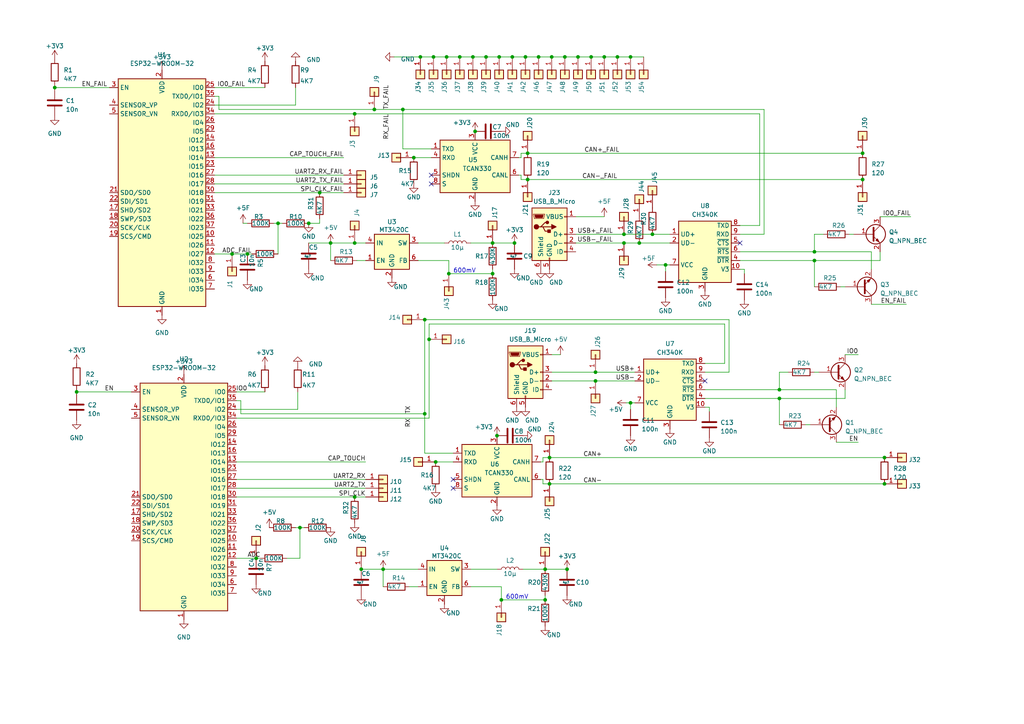
<source format=kicad_sch>
(kicad_sch (version 20210406) (generator eeschema)
  (paper "A4")
  (junction (at 15.875 25.4) (diameter 0.9144))
  (junction (at 22.225 113.665) (diameter 0.9144))
  (junction (at 67.31 73.66) (diameter 0.9144))
  (junction (at 71.755 73.66) (diameter 0.9144))
  (junction (at 74.295 161.925) (diameter 0.9144))
  (junction (at 80.645 64.77) (diameter 0.9144))
  (junction (at 86.995 153.035) (diameter 0.9144))
  (junction (at 89.535 64.77) (diameter 0.9144))
  (junction (at 92.71 55.88) (diameter 0.9144))
  (junction (at 95.885 70.485) (diameter 0.9144))
  (junction (at 102.87 33.02) (diameter 0.9144))
  (junction (at 102.87 70.485) (diameter 0.9144))
  (junction (at 102.87 144.145) (diameter 0.9144))
  (junction (at 104.775 165.1) (diameter 0.9144))
  (junction (at 108.585 31.75) (diameter 0.9144))
  (junction (at 111.125 165.1) (diameter 0.9144))
  (junction (at 116.84 31.75) (diameter 0.9144))
  (junction (at 120.015 45.72) (diameter 0.9144))
  (junction (at 121.92 16.51) (diameter 0.9144))
  (junction (at 123.19 92.71) (diameter 0.9144))
  (junction (at 123.19 120.015) (diameter 0.9144))
  (junction (at 124.46 98.425) (diameter 0.9144))
  (junction (at 125.73 16.51) (diameter 0.9144))
  (junction (at 126.365 133.985) (diameter 0.9144))
  (junction (at 129.54 16.51) (diameter 0.9144))
  (junction (at 130.175 79.375) (diameter 0.9144))
  (junction (at 133.35 16.51) (diameter 0.9144))
  (junction (at 137.16 16.51) (diameter 0.9144))
  (junction (at 137.795 38.1) (diameter 0.9144))
  (junction (at 140.97 16.51) (diameter 0.9144))
  (junction (at 142.875 70.485) (diameter 0.9144))
  (junction (at 142.875 79.375) (diameter 0.9144))
  (junction (at 144.145 126.365) (diameter 0.9144))
  (junction (at 144.78 16.51) (diameter 0.9144))
  (junction (at 145.415 173.99) (diameter 0.9144))
  (junction (at 148.59 16.51) (diameter 0.9144))
  (junction (at 149.225 70.485) (diameter 0.9144))
  (junction (at 152.4 16.51) (diameter 0.9144))
  (junction (at 153.035 44.45) (diameter 0.9144))
  (junction (at 153.035 52.07) (diameter 0.9144))
  (junction (at 156.21 16.51) (diameter 0.9144))
  (junction (at 158.115 165.1) (diameter 0.9144))
  (junction (at 158.115 173.99) (diameter 0.9144))
  (junction (at 159.385 132.715) (diameter 0.9144))
  (junction (at 159.385 140.335) (diameter 0.9144))
  (junction (at 160.02 16.51) (diameter 0.9144))
  (junction (at 163.83 16.51) (diameter 0.9144))
  (junction (at 164.465 165.1) (diameter 0.9144))
  (junction (at 167.64 16.51) (diameter 0.9144))
  (junction (at 171.45 16.51) (diameter 0.9144))
  (junction (at 172.72 107.95) (diameter 0.9144))
  (junction (at 172.72 110.49) (diameter 0.9144))
  (junction (at 175.26 16.51) (diameter 0.9144))
  (junction (at 179.07 16.51) (diameter 0.9144))
  (junction (at 180.975 67.945) (diameter 0.9144))
  (junction (at 180.975 70.485) (diameter 0.9144))
  (junction (at 182.88 16.51) (diameter 0.9144))
  (junction (at 182.88 116.84) (diameter 0.9144))
  (junction (at 185.42 70.485) (diameter 0.9144))
  (junction (at 189.23 67.945) (diameter 0.9144))
  (junction (at 193.04 76.835) (diameter 0.9144))
  (junction (at 226.06 113.03) (diameter 0.9144))
  (junction (at 226.06 115.57) (diameter 0.9144))
  (junction (at 236.22 73.025) (diameter 0.9144))
  (junction (at 236.22 75.565) (diameter 0.9144))
  (junction (at 250.19 44.45) (diameter 0.9144))
  (junction (at 250.19 52.07) (diameter 0.9144))
  (junction (at 256.54 132.715) (diameter 0.9144))
  (junction (at 256.54 140.335) (diameter 0.9144))
  (no_connect (at 125.095 50.8))
  (no_connect (at 125.095 53.34))
  (no_connect (at 131.445 139.065))
  (no_connect (at 131.445 141.605))
  (no_connect (at 204.47 110.49))
  (no_connect (at 214.63 70.485))
  (wire (pts (xy 15.875 24.765) (xy 15.875 25.4)))
  (wire (pts (xy 15.875 25.4) (xy 15.875 26.035)))
  (wire (pts (xy 15.875 25.4) (xy 31.75 25.4)))
  (wire (pts (xy 22.225 113.03) (xy 22.225 113.665)))
  (wire (pts (xy 22.225 113.665) (xy 22.225 114.3)))
  (wire (pts (xy 22.225 113.665) (xy 38.1 113.665)))
  (wire (pts (xy 62.23 25.4) (xy 76.835 25.4)))
  (wire (pts (xy 62.23 27.94) (xy 63.5 27.94)))
  (wire (pts (xy 62.23 30.48) (xy 85.725 30.48)))
  (wire (pts (xy 62.23 33.02) (xy 102.87 33.02)))
  (wire (pts (xy 62.23 45.72) (xy 99.695 45.72)))
  (wire (pts (xy 62.23 50.8) (xy 99.695 50.8)))
  (wire (pts (xy 62.23 53.34) (xy 99.695 53.34)))
  (wire (pts (xy 62.23 55.88) (xy 92.71 55.88)))
  (wire (pts (xy 62.23 73.66) (xy 67.31 73.66)))
  (wire (pts (xy 63.5 27.94) (xy 63.5 31.75)))
  (wire (pts (xy 63.5 31.75) (xy 108.585 31.75)))
  (wire (pts (xy 67.31 73.66) (xy 71.755 73.66)))
  (wire (pts (xy 68.58 113.665) (xy 76.835 113.665)))
  (wire (pts (xy 68.58 116.205) (xy 69.85 116.205)))
  (wire (pts (xy 68.58 118.745) (xy 86.36 118.745)))
  (wire (pts (xy 68.58 121.285) (xy 124.46 121.285)))
  (wire (pts (xy 68.58 133.985) (xy 106.045 133.985)))
  (wire (pts (xy 68.58 139.065) (xy 106.045 139.065)))
  (wire (pts (xy 68.58 141.605) (xy 106.045 141.605)))
  (wire (pts (xy 68.58 144.145) (xy 102.87 144.145)))
  (wire (pts (xy 68.58 161.925) (xy 74.295 161.925)))
  (wire (pts (xy 69.85 116.205) (xy 69.85 120.015)))
  (wire (pts (xy 69.85 120.015) (xy 123.19 120.015)))
  (wire (pts (xy 70.485 64.77) (xy 71.755 64.77)))
  (wire (pts (xy 71.755 73.66) (xy 73.025 73.66)))
  (wire (pts (xy 74.295 161.925) (xy 75.565 161.925)))
  (wire (pts (xy 79.375 64.77) (xy 80.645 64.77)))
  (wire (pts (xy 80.645 64.77) (xy 80.645 73.66)))
  (wire (pts (xy 80.645 64.77) (xy 81.915 64.77)))
  (wire (pts (xy 83.185 161.925) (xy 86.995 161.925)))
  (wire (pts (xy 85.725 30.48) (xy 85.725 25.4)))
  (wire (pts (xy 85.725 153.035) (xy 86.995 153.035)))
  (wire (pts (xy 86.36 118.745) (xy 86.36 113.665)))
  (wire (pts (xy 86.995 153.035) (xy 86.995 161.925)))
  (wire (pts (xy 86.995 153.035) (xy 88.265 153.035)))
  (wire (pts (xy 89.535 64.77) (xy 92.71 64.77)))
  (wire (pts (xy 89.535 70.485) (xy 95.885 70.485)))
  (wire (pts (xy 92.71 55.88) (xy 99.695 55.88)))
  (wire (pts (xy 92.71 64.77) (xy 92.71 63.5)))
  (wire (pts (xy 95.885 70.485) (xy 102.87 70.485)))
  (wire (pts (xy 95.885 75.565) (xy 95.885 70.485)))
  (wire (pts (xy 102.87 33.02) (xy 220.345 33.02)))
  (wire (pts (xy 102.87 70.485) (xy 106.045 70.485)))
  (wire (pts (xy 102.87 144.145) (xy 106.045 144.145)))
  (wire (pts (xy 103.505 75.565) (xy 106.045 75.565)))
  (wire (pts (xy 104.775 165.1) (xy 111.125 165.1)))
  (wire (pts (xy 108.585 31.75) (xy 116.84 31.75)))
  (wire (pts (xy 111.125 165.1) (xy 121.285 165.1)))
  (wire (pts (xy 111.125 170.18) (xy 111.125 165.1)))
  (wire (pts (xy 114.3 16.51) (xy 121.92 16.51)))
  (wire (pts (xy 116.84 31.75) (xy 221.615 31.75)))
  (wire (pts (xy 116.84 43.18) (xy 116.84 31.75)))
  (wire (pts (xy 118.745 170.18) (xy 121.285 170.18)))
  (wire (pts (xy 120.015 45.72) (xy 125.095 45.72)))
  (wire (pts (xy 121.285 70.485) (xy 128.905 70.485)))
  (wire (pts (xy 121.285 75.565) (xy 130.175 75.565)))
  (wire (pts (xy 121.92 16.51) (xy 125.73 16.51)))
  (wire (pts (xy 123.19 92.71) (xy 211.455 92.71)))
  (wire (pts (xy 123.19 120.015) (xy 123.19 92.71)))
  (wire (pts (xy 123.19 131.445) (xy 123.19 120.015)))
  (wire (pts (xy 124.46 93.98) (xy 124.46 98.425)))
  (wire (pts (xy 124.46 98.425) (xy 124.46 121.285)))
  (wire (pts (xy 125.095 43.18) (xy 116.84 43.18)))
  (wire (pts (xy 125.73 16.51) (xy 129.54 16.51)))
  (wire (pts (xy 126.365 133.985) (xy 131.445 133.985)))
  (wire (pts (xy 129.54 16.51) (xy 133.35 16.51)))
  (wire (pts (xy 130.175 75.565) (xy 130.175 79.375)))
  (wire (pts (xy 130.175 79.375) (xy 142.875 79.375)))
  (wire (pts (xy 131.445 131.445) (xy 123.19 131.445)))
  (wire (pts (xy 133.35 16.51) (xy 137.16 16.51)))
  (wire (pts (xy 136.525 70.485) (xy 142.875 70.485)))
  (wire (pts (xy 136.525 165.1) (xy 144.145 165.1)))
  (wire (pts (xy 136.525 170.18) (xy 145.415 170.18)))
  (wire (pts (xy 137.16 16.51) (xy 140.97 16.51)))
  (wire (pts (xy 140.97 16.51) (xy 144.78 16.51)))
  (wire (pts (xy 142.875 70.485) (xy 149.225 70.485)))
  (wire (pts (xy 142.875 78.105) (xy 142.875 79.375)))
  (wire (pts (xy 144.78 16.51) (xy 148.59 16.51)))
  (wire (pts (xy 145.415 170.18) (xy 145.415 173.99)))
  (wire (pts (xy 145.415 173.99) (xy 158.115 173.99)))
  (wire (pts (xy 148.59 16.51) (xy 152.4 16.51)))
  (wire (pts (xy 150.495 45.72) (xy 151.13 45.72)))
  (wire (pts (xy 150.495 50.8) (xy 151.13 50.8)))
  (wire (pts (xy 151.13 44.45) (xy 153.035 44.45)))
  (wire (pts (xy 151.13 45.72) (xy 151.13 44.45)))
  (wire (pts (xy 151.13 50.8) (xy 151.13 52.07)))
  (wire (pts (xy 151.13 52.07) (xy 153.035 52.07)))
  (wire (pts (xy 151.765 165.1) (xy 158.115 165.1)))
  (wire (pts (xy 152.4 16.51) (xy 156.21 16.51)))
  (wire (pts (xy 153.035 44.45) (xy 250.19 44.45)))
  (wire (pts (xy 153.035 52.07) (xy 250.19 52.07)))
  (wire (pts (xy 156.21 16.51) (xy 160.02 16.51)))
  (wire (pts (xy 156.845 133.985) (xy 157.48 133.985)))
  (wire (pts (xy 156.845 139.065) (xy 157.48 139.065)))
  (wire (pts (xy 157.48 132.715) (xy 159.385 132.715)))
  (wire (pts (xy 157.48 133.985) (xy 157.48 132.715)))
  (wire (pts (xy 157.48 139.065) (xy 157.48 140.335)))
  (wire (pts (xy 157.48 140.335) (xy 159.385 140.335)))
  (wire (pts (xy 158.115 165.1) (xy 164.465 165.1)))
  (wire (pts (xy 158.115 172.72) (xy 158.115 173.99)))
  (wire (pts (xy 159.385 132.715) (xy 256.54 132.715)))
  (wire (pts (xy 159.385 140.335) (xy 256.54 140.335)))
  (wire (pts (xy 160.02 16.51) (xy 163.83 16.51)))
  (wire (pts (xy 160.02 102.87) (xy 162.56 102.87)))
  (wire (pts (xy 160.02 107.95) (xy 172.72 107.95)))
  (wire (pts (xy 160.02 110.49) (xy 172.72 110.49)))
  (wire (pts (xy 163.83 16.51) (xy 167.64 16.51)))
  (wire (pts (xy 167.005 62.865) (xy 175.26 62.865)))
  (wire (pts (xy 167.005 67.945) (xy 180.975 67.945)))
  (wire (pts (xy 167.005 70.485) (xy 180.975 70.485)))
  (wire (pts (xy 167.64 16.51) (xy 171.45 16.51)))
  (wire (pts (xy 171.45 16.51) (xy 175.26 16.51)))
  (wire (pts (xy 172.72 107.95) (xy 184.15 107.95)))
  (wire (pts (xy 172.72 110.49) (xy 184.15 110.49)))
  (wire (pts (xy 175.26 16.51) (xy 179.07 16.51)))
  (wire (pts (xy 179.07 16.51) (xy 182.88 16.51)))
  (wire (pts (xy 180.975 67.945) (xy 189.23 67.945)))
  (wire (pts (xy 180.975 70.485) (xy 185.42 70.485)))
  (wire (pts (xy 181.61 116.84) (xy 182.88 116.84)))
  (wire (pts (xy 182.88 16.51) (xy 186.69 16.51)))
  (wire (pts (xy 182.88 116.84) (xy 182.88 118.745)))
  (wire (pts (xy 182.88 116.84) (xy 184.15 116.84)))
  (wire (pts (xy 185.42 70.485) (xy 194.31 70.485)))
  (wire (pts (xy 189.23 67.945) (xy 194.31 67.945)))
  (wire (pts (xy 190.5 76.835) (xy 193.04 76.835)))
  (wire (pts (xy 193.04 76.835) (xy 193.04 78.74)))
  (wire (pts (xy 193.04 76.835) (xy 194.31 76.835)))
  (wire (pts (xy 204.47 105.41) (xy 210.185 105.41)))
  (wire (pts (xy 204.47 107.95) (xy 211.455 107.95)))
  (wire (pts (xy 204.47 113.03) (xy 226.06 113.03)))
  (wire (pts (xy 204.47 115.57) (xy 226.06 115.57)))
  (wire (pts (xy 204.47 118.11) (xy 205.74 118.11)))
  (wire (pts (xy 205.74 118.11) (xy 205.74 119.38)))
  (wire (pts (xy 210.185 93.98) (xy 124.46 93.98)))
  (wire (pts (xy 210.185 105.41) (xy 210.185 93.98)))
  (wire (pts (xy 211.455 92.71) (xy 211.455 107.95)))
  (wire (pts (xy 214.63 65.405) (xy 220.345 65.405)))
  (wire (pts (xy 214.63 67.945) (xy 221.615 67.945)))
  (wire (pts (xy 214.63 73.025) (xy 236.22 73.025)))
  (wire (pts (xy 214.63 75.565) (xy 236.22 75.565)))
  (wire (pts (xy 214.63 78.105) (xy 215.9 78.105)))
  (wire (pts (xy 215.9 78.105) (xy 215.9 79.375)))
  (wire (pts (xy 220.345 33.02) (xy 220.345 65.405)))
  (wire (pts (xy 221.615 67.945) (xy 221.615 31.75)))
  (wire (pts (xy 226.06 107.95) (xy 228.6 107.95)))
  (wire (pts (xy 226.06 113.03) (xy 226.06 107.95)))
  (wire (pts (xy 226.06 113.03) (xy 242.57 113.03)))
  (wire (pts (xy 226.06 115.57) (xy 226.06 123.19)))
  (wire (pts (xy 226.06 115.57) (xy 245.11 115.57)))
  (wire (pts (xy 233.68 123.19) (xy 234.95 123.19)))
  (wire (pts (xy 236.22 67.945) (xy 238.76 67.945)))
  (wire (pts (xy 236.22 73.025) (xy 236.22 67.945)))
  (wire (pts (xy 236.22 73.025) (xy 252.73 73.025)))
  (wire (pts (xy 236.22 75.565) (xy 236.22 83.185)))
  (wire (pts (xy 236.22 75.565) (xy 255.27 75.565)))
  (wire (pts (xy 236.22 107.95) (xy 237.49 107.95)))
  (wire (pts (xy 242.57 113.03) (xy 242.57 118.11)))
  (wire (pts (xy 242.57 128.27) (xy 248.92 128.27)))
  (wire (pts (xy 243.84 83.185) (xy 245.11 83.185)))
  (wire (pts (xy 245.11 102.87) (xy 248.92 102.87)))
  (wire (pts (xy 245.11 113.03) (xy 245.11 115.57)))
  (wire (pts (xy 246.38 67.945) (xy 247.65 67.945)))
  (wire (pts (xy 252.73 73.025) (xy 252.73 78.105)))
  (wire (pts (xy 252.73 88.265) (xy 262.89 88.265)))
  (wire (pts (xy 255.27 62.865) (xy 264.16 62.865)))
  (wire (pts (xy 255.27 73.025) (xy 255.27 75.565)))
  (text "600mV" (at 131.445 79.375 0) (effects (font (size 1.27 1.27)) (justify left bottom)))
  (text "600mV" (at 146.685 173.99 0) (effects (font (size 1.27 1.27)) (justify left bottom)))
  (label "EN_FAIL" (at 31.115 25.4 180))
  (label "EN" (at 33.02 113.665 180))
  (label "IO0_FAIL" (at 71.12 25.4 180))
  (label "IO0" (at 71.755 113.665 180))
  (label "ADC_FAIL" (at 73.025 73.66 180))
  (label "ADC" (at 75.565 161.925 180))
  (label "CAP_TOUCH_FAIL" (at 99.695 45.72 180))
  (label "UART2_RX_FAIL" (at 99.695 50.8 180))
  (label "UART2_TX_FAIL" (at 99.695 53.34 180))
  (label "SPI_CLK_FAIL" (at 99.695 55.88 180))
  (label "CAP_TOUCH" (at 106.045 133.985 180))
  (label "UART2_RX" (at 106.045 139.065 180))
  (label "UART2_TX" (at 106.045 141.605 180))
  (label "SPI_CLK" (at 106.045 144.145 180))
  (label "TX_FAIL" (at 113.03 31.75 90))
  (label "RX_FAIL" (at 113.03 33.02 270))
  (label "TX" (at 119.38 120.015 90))
  (label "RX" (at 119.38 121.285 270))
  (label "CAN+" (at 174.625 132.715 180))
  (label "CAN-" (at 174.625 140.335 180))
  (label "USB+_FAIL" (at 177.8 67.945 180))
  (label "USB-_FAIL" (at 177.8 70.485 180))
  (label "CAN-_FAIL" (at 179.07 52.07 180))
  (label "CAN+_FAIL" (at 179.705 44.45 180))
  (label "USB+" (at 184.15 107.95 180))
  (label "USB-" (at 184.15 110.49 180))
  (label "IO0" (at 248.92 102.87 180))
  (label "EN" (at 248.92 128.27 180))
  (label "EN_FAIL" (at 262.89 88.265 180))
  (label "IO0_FAIL" (at 264.16 62.865 180))
  (symbol (lib_id "power:+3V3") (at 15.875 17.145 0) (unit 1)
    (property "Reference" "#PWR01" (effects hide))
    (property "Value" "+3V3" (at 15.875 13.335 0))
  )
  (symbol (lib_id "power:+3V3") (at 22.225 105.41 0) (unit 1)
    (property "Reference" "#PWR03" (effects hide))
    (property "Value" "+3V3" (at 22.225 101.6 0))
  )
  (symbol (lib_id "power:+3V3") (at 46.99 20.32 0) (unit 1)
    (property "Reference" "#PWR05" (effects hide))
    (property "Value" "+3V3" (at 46.99 16.51 0))
  )
  (symbol (lib_id "power:+3V3") (at 53.34 108.585 0) (unit 1)
    (property "Reference" "#PWR07" (effects hide))
    (property "Value" "+3V3" (at 53.34 104.775 0))
  )
  (symbol (lib_id "power:+5F") (at 70.485 64.77 0) (unit 1)
    (property "Reference" "#PWR0101" (effects hide))
    (property "Value" "+5F" (at 70.485 60.325 0))
  )
  (symbol (lib_id "power:+3V3") (at 76.835 17.78 0) (unit 1)
    (property "Reference" "#PWR012" (effects hide))
    (property "Value" "+3V3" (at 76.835 13.97 0))
  )
  (symbol (lib_id "power:+3V3") (at 76.835 106.045 0) (unit 1)
    (property "Reference" "#PWR013" (effects hide))
    (property "Value" "+3V3" (at 76.835 102.235 0))
  )
  (symbol (lib_id "power:+5V") (at 78.105 153.035 0) (unit 1)
    (property "Reference" "#PWR014" (effects hide))
    (property "Value" "+5V" (at 78.105 148.59 0))
  )
  (symbol (lib_id "power:+5V") (at 95.885 70.485 0) (unit 1)
    (property "Reference" "#PWR019" (effects hide))
    (property "Value" "+5V" (at 95.885 66.04 0))
  )
  (symbol (lib_id "power:+5F") (at 111.125 165.1 0) (unit 1)
    (property "Reference" "#PWR022" (effects hide))
    (property "Value" "+5F" (at 111.125 160.655 0))
  )
  (symbol (lib_id "power:+3V3") (at 137.795 38.1 0) (unit 1)
    (property "Reference" "#PWR027" (effects hide))
    (property "Value" "+3V3" (at 133.985 35.56 0))
  )
  (symbol (lib_id "power:+3V3") (at 144.145 126.365 0) (unit 1)
    (property "Reference" "#PWR030" (effects hide))
    (property "Value" "+3V3" (at 140.335 123.825 0))
  )
  (symbol (lib_id "power:+3V3") (at 149.225 70.485 0) (unit 1)
    (property "Reference" "#PWR033" (effects hide))
    (property "Value" "+3V3" (at 149.225 66.675 0))
  )
  (symbol (lib_id "power:+5V") (at 162.56 102.87 0) (unit 1)
    (property "Reference" "#PWR041" (effects hide))
    (property "Value" "+5V" (at 162.56 98.425 0))
  )
  (symbol (lib_id "power:+3.3V") (at 164.465 165.1 0) (unit 1)
    (property "Reference" "#PWR042" (effects hide))
    (property "Value" "+3.3V" (at 164.465 161.29 0))
  )
  (symbol (lib_id "power:+5F") (at 175.26 62.865 0) (unit 1)
    (property "Reference" "#PWR044" (effects hide))
    (property "Value" "+5F" (at 175.26 58.42 0))
  )
  (symbol (lib_id "power:+5V") (at 181.61 116.84 90) (unit 1)
    (property "Reference" "#PWR045" (effects hide))
    (property "Value" "+5V" (at 176.53 118.7449 90) (effects (justify right)))
  )
  (symbol (lib_id "power:+5F") (at 190.5 76.835 90) (unit 1)
    (property "Reference" "#PWR0103" (effects hide))
    (property "Value" "+5F" (at 186.055 74.9299 90) (effects (justify right)))
  )
  (symbol (lib_id "power:GND") (at 15.875 33.655 0) (unit 1)
    (property "Reference" "#PWR02" (effects hide))
    (property "Value" "GND" (at 15.875 38.735 0))
  )
  (symbol (lib_id "power:GND") (at 22.225 121.92 0) (unit 1)
    (property "Reference" "#PWR04" (effects hide))
    (property "Value" "GND" (at 22.225 127 0))
  )
  (symbol (lib_id "power:GND") (at 46.99 91.44 0) (unit 1)
    (property "Reference" "#PWR06" (effects hide))
    (property "Value" "GND" (at 46.99 96.52 0))
  )
  (symbol (lib_id "power:GND") (at 53.34 179.705 0) (unit 1)
    (property "Reference" "#PWR08" (effects hide))
    (property "Value" "GND" (at 53.34 184.785 0))
  )
  (symbol (lib_id "power:GND") (at 71.755 81.28 0) (unit 1)
    (property "Reference" "#PWR010" (effects hide))
    (property "Value" "GND" (at 74.295 83.82 0))
  )
  (symbol (lib_id "power:GND") (at 74.295 169.545 0) (unit 1)
    (property "Reference" "#PWR011" (effects hide))
    (property "Value" "GND" (at 76.835 172.085 0))
  )
  (symbol (lib_id "power:GND") (at 85.725 17.78 180) (unit 1)
    (property "Reference" "#PWR015" (effects hide))
    (property "Value" "GND" (at 88.9 17.3354 0) (effects (justify right)))
  )
  (symbol (lib_id "power:GND") (at 86.36 106.045 180) (unit 1)
    (property "Reference" "#PWR016" (effects hide))
    (property "Value" "GND" (at 89.535 105.6004 0) (effects (justify right)))
  )
  (symbol (lib_id "power:GND") (at 89.535 64.77 0) (unit 1)
    (property "Reference" "#PWR017" (effects hide))
    (property "Value" "GND" (at 89.535 68.58 0))
  )
  (symbol (lib_id "power:GND") (at 89.535 78.105 0) (unit 1)
    (property "Reference" "#PWR018" (effects hide))
    (property "Value" "GND" (at 92.075 80.645 0))
  )
  (symbol (lib_id "power:GND") (at 95.885 153.035 0) (unit 1)
    (property "Reference" "#PWR020" (effects hide))
    (property "Value" "GND" (at 95.885 156.845 0))
  )
  (symbol (lib_id "power:GND") (at 102.87 151.765 0) (unit 1)
    (property "Reference" "#PWR0102" (effects hide))
    (property "Value" "GND" (at 102.87 155.575 0))
  )
  (symbol (lib_id "power:GND") (at 104.775 172.72 0) (unit 1)
    (property "Reference" "#PWR021" (effects hide))
    (property "Value" "GND" (at 107.315 175.26 0))
  )
  (symbol (lib_id "power:GND") (at 113.665 80.645 0) (unit 1)
    (property "Reference" "#PWR023" (effects hide))
    (property "Value" "GND" (at 116.205 83.185 0))
  )
  (symbol (lib_id "power:GND") (at 114.3 16.51 270) (unit 1)
    (property "Reference" "#PWR053" (effects hide))
    (property "Value" "GND" (at 116.205 17.1449 90) (effects (justify left)))
  )
  (symbol (lib_id "power:GND") (at 120.015 53.34 0) (unit 1)
    (property "Reference" "#PWR024" (effects hide))
    (property "Value" "GND" (at 120.015 57.15 0))
  )
  (symbol (lib_id "power:GND") (at 126.365 141.605 0) (unit 1)
    (property "Reference" "#PWR025" (effects hide))
    (property "Value" "GND" (at 126.365 145.415 0))
  )
  (symbol (lib_id "power:GND") (at 128.905 175.26 0) (unit 1)
    (property "Reference" "#PWR026" (effects hide))
    (property "Value" "GND" (at 131.445 177.8 0))
  )
  (symbol (lib_id "power:GND") (at 137.795 58.42 0) (unit 1)
    (property "Reference" "#PWR028" (effects hide))
    (property "Value" "GND" (at 137.795 62.23 0))
  )
  (symbol (lib_id "power:GND") (at 142.875 86.995 0) (unit 1)
    (property "Reference" "#PWR029" (effects hide))
    (property "Value" "GND" (at 145.415 89.535 0))
  )
  (symbol (lib_id "power:GND") (at 144.145 146.685 0) (unit 1)
    (property "Reference" "#PWR031" (effects hide))
    (property "Value" "GND" (at 144.145 150.495 0))
  )
  (symbol (lib_id "power:GND") (at 145.415 38.1 90) (unit 1)
    (property "Reference" "#PWR032" (effects hide))
    (property "Value" "GND" (at 146.685 36.1949 90) (effects (justify right)))
  )
  (symbol (lib_id "power:GND") (at 149.225 78.105 0) (unit 1)
    (property "Reference" "#PWR034" (effects hide))
    (property "Value" "GND" (at 151.765 80.645 0))
  )
  (symbol (lib_id "power:GND") (at 149.86 118.11 0) (unit 1)
    (property "Reference" "#PWR035" (effects hide))
    (property "Value" "GND" (at 148.59 121.92 0))
  )
  (symbol (lib_id "power:GND") (at 151.765 126.365 90) (unit 1)
    (property "Reference" "#PWR036" (effects hide))
    (property "Value" "GND" (at 153.035 124.4599 90) (effects (justify right)))
  )
  (symbol (lib_id "power:GND") (at 152.4 118.11 0) (unit 1)
    (property "Reference" "#PWR037" (effects hide))
    (property "Value" "GND" (at 154.305 121.92 0))
  )
  (symbol (lib_id "power:GND") (at 156.845 78.105 0) (unit 1)
    (property "Reference" "#PWR038" (effects hide))
    (property "Value" "GND" (at 155.575 81.915 0))
  )
  (symbol (lib_id "power:GND") (at 158.115 181.61 0) (unit 1)
    (property "Reference" "#PWR039" (effects hide))
    (property "Value" "GND" (at 160.655 184.15 0))
  )
  (symbol (lib_id "power:GND") (at 159.385 78.105 0) (unit 1)
    (property "Reference" "#PWR040" (effects hide))
    (property "Value" "GND" (at 161.29 81.915 0))
  )
  (symbol (lib_id "power:GND") (at 164.465 172.72 0) (unit 1)
    (property "Reference" "#PWR043" (effects hide))
    (property "Value" "GND" (at 167.005 175.26 0))
  )
  (symbol (lib_id "power:GND") (at 182.88 126.365 0) (unit 1)
    (property "Reference" "#PWR046" (effects hide))
    (property "Value" "GND" (at 182.88 130.175 0))
  )
  (symbol (lib_id "power:GND") (at 193.04 86.36 0) (unit 1)
    (property "Reference" "#PWR048" (effects hide))
    (property "Value" "GND" (at 193.04 90.17 0))
  )
  (symbol (lib_id "power:GND") (at 194.31 124.46 0) (unit 1)
    (property "Reference" "#PWR049" (effects hide))
    (property "Value" "GND" (at 194.31 128.27 0))
  )
  (symbol (lib_id "power:GND") (at 204.47 84.455 0) (unit 1)
    (property "Reference" "#PWR050" (effects hide))
    (property "Value" "GND" (at 204.47 88.265 0))
  )
  (symbol (lib_id "power:GND") (at 205.74 127 0) (unit 1)
    (property "Reference" "#PWR051" (effects hide))
    (property "Value" "GND" (at 205.74 130.81 0))
  )
  (symbol (lib_id "power:GND") (at 215.9 86.995 0) (unit 1)
    (property "Reference" "#PWR052" (effects hide))
    (property "Value" "GND" (at 215.9 90.805 0))
  )
  (symbol (lib_id "Device:L") (at 132.715 70.485 90) (unit 1)
    (property "Reference" "L1" (at 132.715 67.945 90))
    (property "Value" "10µ" (at 132.715 71.755 90))
    (property "Footprint" "Inductor_SMD:L_Bourns-SRN4018" (effects hide))
    (property "LCSC" "C520273" (effects hide))
  )
  (symbol (lib_id "Device:L") (at 147.955 165.1 90) (unit 1)
    (property "Reference" "L2" (at 147.955 162.56 90))
    (property "Value" "10µ" (at 147.955 166.37 90))
    (property "Footprint" "Inductor_SMD:L_Bourns-SRN4018" (effects hide))
    (property "LCSC" "C520273" (effects hide))
  )
  (symbol (lib_id "Connector_Generic:Conn_01x01") (at 67.31 78.74 270) (unit 1)
    (property "Reference" "J1" (at 66.675 82.423 0))
    (property "Value" "Conn_01x01" (effects hide))
    (property "Footprint" "TestPoint:TestPoint_THTPad_D1.5mm_Drill0.7mm" (effects hide))
  )
  (symbol (lib_id "Connector_Generic:Conn_01x01") (at 74.295 156.845 90) (unit 1)
    (property "Reference" "J2" (at 74.93 153.162 0))
    (property "Value" "Conn_01x01" (effects hide))
    (property "Footprint" "TestPoint:TestPoint_THTPad_D1.5mm_Drill0.7mm" (effects hide))
  )
  (symbol (lib_id "Connector_Generic:Conn_01x01") (at 102.87 38.1 270) (unit 1)
    (property "Reference" "J3" (at 102.235 41.783 0))
    (property "Value" "Conn_01x01" (effects hide))
    (property "Footprint" "TestPoint:TestPoint_THTPad_D1.5mm_Drill0.7mm" (effects hide))
  )
  (symbol (lib_id "Connector_Generic:Conn_01x01") (at 102.87 65.405 90) (unit 1)
    (property "Reference" "J4" (at 103.505 61.722 0))
    (property "Value" "Conn_01x01" (effects hide))
    (property "Footprint" "TestPoint:TestPoint_THTPad_D1.5mm_Drill0.7mm" (effects hide))
  )
  (symbol (lib_id "Connector_Generic:Conn_01x01") (at 104.775 50.8 0) (unit 1)
    (property "Reference" "J5" (at 108.458 51.435 0))
    (property "Value" "Conn_01x01" (effects hide))
    (property "Footprint" "TestPoint:TestPoint_THTPad_D1.5mm_Drill0.7mm" (effects hide))
  )
  (symbol (lib_id "Connector_Generic:Conn_01x01") (at 104.775 53.34 0) (unit 1)
    (property "Reference" "J6" (at 108.458 53.975 0))
    (property "Value" "Conn_01x01" (effects hide))
    (property "Footprint" "TestPoint:TestPoint_THTPad_D1.5mm_Drill0.7mm" (effects hide))
  )
  (symbol (lib_id "Connector_Generic:Conn_01x01") (at 104.775 55.88 0) (unit 1)
    (property "Reference" "J7" (at 108.458 56.515 0))
    (property "Value" "Conn_01x01" (effects hide))
    (property "Footprint" "TestPoint:TestPoint_THTPad_D1.5mm_Drill0.7mm" (effects hide))
  )
  (symbol (lib_id "Connector_Generic:Conn_01x01") (at 104.775 160.02 90) (unit 1)
    (property "Reference" "J8" (at 105.41 156.337 0))
    (property "Value" "Conn_01x01" (effects hide))
    (property "Footprint" "TestPoint:TestPoint_THTPad_D1.5mm_Drill0.7mm" (effects hide))
  )
  (symbol (lib_id "Connector_Generic:Conn_01x01") (at 108.585 26.67 90) (unit 1)
    (property "Reference" "J9" (at 109.22 22.987 0))
    (property "Value" "Conn_01x01" (effects hide))
    (property "Footprint" "TestPoint:TestPoint_THTPad_D1.5mm_Drill0.7mm" (effects hide))
  )
  (symbol (lib_id "Connector_Generic:Conn_01x01") (at 111.125 139.065 0) (unit 1)
    (property "Reference" "J10" (at 114.808 139.7 0))
    (property "Value" "Conn_01x01" (effects hide))
    (property "Footprint" "TestPoint:TestPoint_THTPad_D1.5mm_Drill0.7mm" (effects hide))
  )
  (symbol (lib_id "Connector_Generic:Conn_01x01") (at 111.125 141.605 0) (unit 1)
    (property "Reference" "J11" (at 114.808 142.24 0))
    (property "Value" "Conn_01x01" (effects hide))
    (property "Footprint" "TestPoint:TestPoint_THTPad_D1.5mm_Drill0.7mm" (effects hide))
  )
  (symbol (lib_id "Connector_Generic:Conn_01x01") (at 111.125 144.145 0) (unit 1)
    (property "Reference" "J12" (at 114.808 144.78 0))
    (property "Value" "Conn_01x01" (effects hide))
    (property "Footprint" "TestPoint:TestPoint_THTPad_D1.5mm_Drill0.7mm" (effects hide))
  )
  (symbol (lib_id "Connector_Generic:Conn_01x01") (at 114.935 45.72 180) (unit 1)
    (property "Reference" "J13" (at 111.252 45.085 0))
    (property "Value" "Conn_01x01" (effects hide))
    (property "Footprint" "TestPoint:TestPoint_THTPad_D1.5mm_Drill0.7mm" (effects hide))
  )
  (symbol (lib_id "Connector_Generic:Conn_01x01") (at 118.11 92.71 180) (unit 1)
    (property "Reference" "J14" (at 114.427 92.075 0))
    (property "Value" "Conn_01x01" (effects hide))
    (property "Footprint" "TestPoint:TestPoint_THTPad_D1.5mm_Drill0.7mm" (effects hide))
  )
  (symbol (lib_id "Connector_Generic:Conn_01x01") (at 121.285 133.985 180) (unit 1)
    (property "Reference" "J15" (at 117.602 133.35 0))
    (property "Value" "Conn_01x01" (effects hide))
    (property "Footprint" "TestPoint:TestPoint_THTPad_D1.5mm_Drill0.7mm" (effects hide))
  )
  (symbol (lib_id "Connector_Generic:Conn_01x01") (at 121.92 21.59 270) (unit 1)
    (property "Reference" "J34" (at 121.285 25.273 0))
    (property "Value" "Conn_01x01" (effects hide))
    (property "Footprint" "TestPoint:TestPoint_THTPad_1.5x1.5mm_Drill0.7mm" (effects hide))
  )
  (symbol (lib_id "Connector_Generic:Conn_01x01") (at 125.73 21.59 270) (unit 1)
    (property "Reference" "J35" (at 125.095 25.273 0))
    (property "Value" "Conn_01x01" (effects hide))
    (property "Footprint" "TestPoint:TestPoint_THTPad_1.5x1.5mm_Drill0.7mm" (effects hide))
  )
  (symbol (lib_id "Connector_Generic:Conn_01x01") (at 129.54 21.59 270) (unit 1)
    (property "Reference" "J36" (at 128.905 25.273 0))
    (property "Value" "Conn_01x01" (effects hide))
    (property "Footprint" "TestPoint:TestPoint_THTPad_1.5x1.5mm_Drill0.7mm" (effects hide))
  )
  (symbol (lib_id "Connector_Generic:Conn_01x01") (at 129.54 98.425 0) (unit 1)
    (property "Reference" "J16" (at 133.223 99.06 0))
    (property "Value" "Conn_01x01" (effects hide))
    (property "Footprint" "TestPoint:TestPoint_THTPad_D1.5mm_Drill0.7mm" (effects hide))
  )
  (symbol (lib_id "Connector_Generic:Conn_01x01") (at 130.175 84.455 270) (unit 1)
    (property "Reference" "J43" (at 129.54 88.138 0))
    (property "Value" "Conn_01x01" (effects hide))
    (property "Footprint" "TestPoint:TestPoint_THTPad_D1.5mm_Drill0.7mm" (effects hide))
  )
  (symbol (lib_id "Connector_Generic:Conn_01x01") (at 133.35 21.59 270) (unit 1)
    (property "Reference" "J37" (at 132.715 25.273 0))
    (property "Value" "Conn_01x01" (effects hide))
    (property "Footprint" "TestPoint:TestPoint_THTPad_1.5x1.5mm_Drill0.7mm" (effects hide))
  )
  (symbol (lib_id "Connector_Generic:Conn_01x01") (at 137.16 21.59 270) (unit 1)
    (property "Reference" "J38" (at 136.525 25.273 0))
    (property "Value" "Conn_01x01" (effects hide))
    (property "Footprint" "TestPoint:TestPoint_THTPad_1.5x1.5mm_Drill0.7mm" (effects hide))
  )
  (symbol (lib_id "Connector_Generic:Conn_01x01") (at 140.97 21.59 270) (unit 1)
    (property "Reference" "J39" (at 140.335 25.273 0))
    (property "Value" "Conn_01x01" (effects hide))
    (property "Footprint" "TestPoint:TestPoint_THTPad_1.5x1.5mm_Drill0.7mm" (effects hide))
  )
  (symbol (lib_id "Connector_Generic:Conn_01x01") (at 142.875 65.405 90) (unit 1)
    (property "Reference" "J17" (at 143.51 61.722 0))
    (property "Value" "Conn_01x01" (effects hide))
    (property "Footprint" "TestPoint:TestPoint_THTPad_D1.5mm_Drill0.7mm" (effects hide))
  )
  (symbol (lib_id "Connector_Generic:Conn_01x01") (at 144.78 21.59 270) (unit 1)
    (property "Reference" "J40" (at 144.145 25.273 0))
    (property "Value" "Conn_01x01" (effects hide))
    (property "Footprint" "TestPoint:TestPoint_THTPad_1.5x1.5mm_Drill0.7mm" (effects hide))
  )
  (symbol (lib_id "Connector_Generic:Conn_01x01") (at 145.415 179.07 270) (unit 1)
    (property "Reference" "J18" (at 144.78 182.753 0))
    (property "Value" "Conn_01x01" (effects hide))
    (property "Footprint" "TestPoint:TestPoint_THTPad_D1.5mm_Drill0.7mm" (effects hide))
  )
  (symbol (lib_id "Connector_Generic:Conn_01x01") (at 148.59 21.59 270) (unit 1)
    (property "Reference" "J41" (at 147.955 25.273 0))
    (property "Value" "Conn_01x01" (effects hide))
    (property "Footprint" "TestPoint:TestPoint_THTPad_1.5x1.5mm_Drill0.7mm" (effects hide))
  )
  (symbol (lib_id "Connector_Generic:Conn_01x01") (at 152.4 21.59 270) (unit 1)
    (property "Reference" "J42" (at 151.765 25.273 0))
    (property "Value" "Conn_01x01" (effects hide))
    (property "Footprint" "TestPoint:TestPoint_THTPad_1.5x1.5mm_Drill0.7mm" (effects hide))
  )
  (symbol (lib_id "Connector_Generic:Conn_01x01") (at 153.035 39.37 90) (unit 1)
    (property "Reference" "J20" (at 153.67 35.687 0))
    (property "Value" "Conn_01x01" (effects hide))
    (property "Footprint" "TestPoint:TestPoint_THTPad_D1.5mm_Drill0.7mm" (effects hide))
  )
  (symbol (lib_id "Connector_Generic:Conn_01x01") (at 153.035 57.15 270) (unit 1)
    (property "Reference" "J21" (at 152.4 60.833 0))
    (property "Value" "Conn_01x01" (effects hide))
    (property "Footprint" "TestPoint:TestPoint_THTPad_D1.5mm_Drill0.7mm" (effects hide))
  )
  (symbol (lib_id "Connector_Generic:Conn_01x01") (at 156.21 21.59 270) (unit 1)
    (property "Reference" "J46" (at 155.575 25.273 0))
    (property "Value" "Conn_01x01" (effects hide))
    (property "Footprint" "TestPoint:TestPoint_THTPad_1.5x1.5mm_Drill0.7mm" (effects hide))
  )
  (symbol (lib_id "Connector_Generic:Conn_01x01") (at 158.115 160.02 90) (unit 1)
    (property "Reference" "J22" (at 158.75 156.337 0))
    (property "Value" "Conn_01x01" (effects hide))
    (property "Footprint" "TestPoint:TestPoint_THTPad_D1.5mm_Drill0.7mm" (effects hide))
  )
  (symbol (lib_id "Connector_Generic:Conn_01x01") (at 159.385 127.635 90) (unit 1)
    (property "Reference" "J24" (at 160.02 123.952 0))
    (property "Value" "Conn_01x01" (effects hide))
    (property "Footprint" "TestPoint:TestPoint_THTPad_D1.5mm_Drill0.7mm" (effects hide))
  )
  (symbol (lib_id "Connector_Generic:Conn_01x01") (at 159.385 145.415 270) (unit 1)
    (property "Reference" "J25" (at 158.75 149.098 0))
    (property "Value" "Conn_01x01" (effects hide))
    (property "Footprint" "TestPoint:TestPoint_THTPad_D1.5mm_Drill0.7mm" (effects hide))
  )
  (symbol (lib_id "Connector_Generic:Conn_01x01") (at 160.02 21.59 270) (unit 1)
    (property "Reference" "J47" (at 159.385 25.273 0))
    (property "Value" "Conn_01x01" (effects hide))
    (property "Footprint" "TestPoint:TestPoint_THTPad_1.5x1.5mm_Drill0.7mm" (effects hide))
  )
  (symbol (lib_id "Connector_Generic:Conn_01x01") (at 163.83 21.59 270) (unit 1)
    (property "Reference" "J48" (at 163.195 25.273 0))
    (property "Value" "Conn_01x01" (effects hide))
    (property "Footprint" "TestPoint:TestPoint_THTPad_1.5x1.5mm_Drill0.7mm" (effects hide))
  )
  (symbol (lib_id "Connector_Generic:Conn_01x01") (at 167.64 21.59 270) (unit 1)
    (property "Reference" "J49" (at 167.005 25.273 0))
    (property "Value" "Conn_01x01" (effects hide))
    (property "Footprint" "TestPoint:TestPoint_THTPad_1.5x1.5mm_Drill0.7mm" (effects hide))
  )
  (symbol (lib_id "Connector_Generic:Conn_01x01") (at 171.45 21.59 270) (unit 1)
    (property "Reference" "J50" (at 170.815 25.273 0))
    (property "Value" "Conn_01x01" (effects hide))
    (property "Footprint" "TestPoint:TestPoint_THTPad_1.5x1.5mm_Drill0.7mm" (effects hide))
  )
  (symbol (lib_id "Connector_Generic:Conn_01x01") (at 172.72 102.87 90) (unit 1)
    (property "Reference" "J26" (at 173.355 99.187 0))
    (property "Value" "Conn_01x01" (effects hide))
    (property "Footprint" "TestPoint:TestPoint_THTPad_D1.5mm_Drill0.7mm" (effects hide))
  )
  (symbol (lib_id "Connector_Generic:Conn_01x01") (at 172.72 115.57 270) (unit 1)
    (property "Reference" "J27" (at 172.085 119.253 0))
    (property "Value" "Conn_01x01" (effects hide))
    (property "Footprint" "TestPoint:TestPoint_THTPad_D1.5mm_Drill0.7mm" (effects hide))
  )
  (symbol (lib_id "Connector_Generic:Conn_01x01") (at 175.26 21.59 270) (unit 1)
    (property "Reference" "J51" (at 174.625 25.273 0))
    (property "Value" "Conn_01x01" (effects hide))
    (property "Footprint" "TestPoint:TestPoint_THTPad_1.5x1.5mm_Drill0.7mm" (effects hide))
  )
  (symbol (lib_id "Connector_Generic:Conn_01x01") (at 179.07 21.59 270) (unit 1)
    (property "Reference" "J52" (at 178.435 25.273 0))
    (property "Value" "Conn_01x01" (effects hide))
    (property "Footprint" "TestPoint:TestPoint_THTPad_1.5x1.5mm_Drill0.7mm" (effects hide))
  )
  (symbol (lib_id "Connector_Generic:Conn_01x01") (at 180.975 62.865 90) (unit 1)
    (property "Reference" "J28" (at 181.61 59.182 0))
    (property "Value" "Conn_01x01" (effects hide))
    (property "Footprint" "TestPoint:TestPoint_THTPad_D1.5mm_Drill0.7mm" (effects hide))
  )
  (symbol (lib_id "Connector_Generic:Conn_01x01") (at 180.975 75.565 270) (unit 1)
    (property "Reference" "J29" (at 180.34 79.248 0))
    (property "Value" "Conn_01x01" (effects hide))
    (property "Footprint" "TestPoint:TestPoint_THTPad_D1.5mm_Drill0.7mm" (effects hide))
  )
  (symbol (lib_id "Connector_Generic:Conn_01x01") (at 182.88 21.59 270) (unit 1)
    (property "Reference" "J53" (at 182.245 25.273 0))
    (property "Value" "Conn_01x01" (effects hide))
    (property "Footprint" "TestPoint:TestPoint_THTPad_1.5x1.5mm_Drill0.7mm" (effects hide))
  )
  (symbol (lib_id "Connector_Generic:Conn_01x01") (at 185.42 57.785 90) (unit 1)
    (property "Reference" "J44" (at 186.055 54.102 0))
    (property "Value" "Conn_01x01" (effects hide))
    (property "Footprint" "TestPoint:TestPoint_THTPad_D1.5mm_Drill0.7mm" (effects hide))
  )
  (symbol (lib_id "Connector_Generic:Conn_01x01") (at 186.69 21.59 270) (unit 1)
    (property "Reference" "J54" (at 186.055 25.273 0))
    (property "Value" "Conn_01x01" (effects hide))
    (property "Footprint" "TestPoint:TestPoint_THTPad_1.5x1.5mm_Drill0.7mm" (effects hide))
  )
  (symbol (lib_id "Connector_Generic:Conn_01x01") (at 189.23 55.245 90) (unit 1)
    (property "Reference" "J45" (at 189.865 51.562 0))
    (property "Value" "Conn_01x01" (effects hide))
    (property "Footprint" "TestPoint:TestPoint_THTPad_D1.5mm_Drill0.7mm" (effects hide))
  )
  (symbol (lib_id "Connector_Generic:Conn_01x01") (at 250.19 39.37 90) (unit 1)
    (property "Reference" "J30" (at 250.825 35.687 0))
    (property "Value" "Conn_01x01" (effects hide))
    (property "Footprint" "TestPoint:TestPoint_THTPad_D1.5mm_Drill0.7mm" (effects hide))
  )
  (symbol (lib_id "Connector_Generic:Conn_01x01") (at 250.19 57.15 270) (unit 1)
    (property "Reference" "J31" (at 249.555 60.833 0))
    (property "Value" "Conn_01x01" (effects hide))
    (property "Footprint" "TestPoint:TestPoint_THTPad_D1.5mm_Drill0.7mm" (effects hide))
  )
  (symbol (lib_id "Connector_Generic:Conn_01x01") (at 261.62 132.715 0) (unit 1)
    (property "Reference" "J32" (at 265.303 133.35 0))
    (property "Value" "Conn_01x01" (effects hide))
    (property "Footprint" "TestPoint:TestPoint_THTPad_D1.5mm_Drill0.7mm" (effects hide))
  )
  (symbol (lib_id "Connector_Generic:Conn_01x01") (at 261.62 140.335 0) (unit 1)
    (property "Reference" "J33" (at 265.303 140.97 0))
    (property "Value" "Conn_01x01" (effects hide))
    (property "Footprint" "TestPoint:TestPoint_THTPad_D1.5mm_Drill0.7mm" (effects hide))
  )
  (symbol (lib_id "Device:R") (at 15.875 20.955 0) (unit 1)
    (property "Reference" "R1" (at 18.415 20.3199 0) (effects (justify left)))
    (property "Value" "4K7" (at 18.415 22.8599 0) (effects (justify left)))
    (property "Footprint" "Resistor_SMD:R_0603_1608Metric" (effects hide))
  )
  (symbol (lib_id "Device:R") (at 22.225 109.22 0) (unit 1)
    (property "Reference" "R2" (at 24.765 108.5849 0) (effects (justify left)))
    (property "Value" "4K7" (at 24.765 111.1249 0) (effects (justify left)))
    (property "Footprint" "Resistor_SMD:R_0603_1608Metric" (effects hide))
  )
  (symbol (lib_id "Device:R") (at 75.565 64.77 270) (unit 1)
    (property "Reference" "R3" (at 73.66 62.865 90) (effects (justify left)))
    (property "Value" "100K" (at 73.025 64.77 90) (effects (justify left)))
    (property "Footprint" "Resistor_SMD:R_0603_1608Metric" (effects hide))
    (property "Datasheet" "RR0510P-104-D" (effects hide))
    (property "LCSC" "C15458" (effects hide))
  )
  (symbol (lib_id "Device:R") (at 76.835 21.59 0) (unit 1)
    (property "Reference" "R4" (at 71.755 20.3199 0) (effects (justify left)))
    (property "Value" "4K7" (at 71.755 23.4949 0) (effects (justify left)))
    (property "Footprint" "Resistor_SMD:R_0603_1608Metric" (effects hide))
  )
  (symbol (lib_id "Device:R") (at 76.835 73.66 270) (unit 1)
    (property "Reference" "R5" (at 75.565 74.93 0) (effects (justify left)))
    (property "Value" "100K" (at 74.295 73.66 90) (effects (justify left)))
    (property "Footprint" "Resistor_SMD:R_0603_1608Metric" (effects hide))
    (property "Datasheet" "RR0510P-104-D" (effects hide))
    (property "LCSC" "C15458" (effects hide))
  )
  (symbol (lib_id "Device:R") (at 76.835 109.855 0) (unit 1)
    (property "Reference" "R6" (at 71.755 108.5849 0) (effects (justify left)))
    (property "Value" "4K7" (at 71.755 111.7599 0) (effects (justify left)))
    (property "Footprint" "Resistor_SMD:R_0603_1608Metric" (effects hide))
  )
  (symbol (lib_id "Device:R") (at 79.375 161.925 270) (unit 1)
    (property "Reference" "R7" (at 78.105 163.195 0) (effects (justify left)))
    (property "Value" "100K" (at 76.835 161.925 90) (effects (justify left)))
    (property "Footprint" "Resistor_SMD:R_0603_1608Metric" (effects hide))
    (property "Datasheet" "RR0510P-104-D" (effects hide))
    (property "LCSC" "C15458" (effects hide))
  )
  (symbol (lib_id "Device:R") (at 81.915 153.035 270) (unit 1)
    (property "Reference" "R8" (at 80.01 151.13 90) (effects (justify left)))
    (property "Value" "100K" (at 79.375 153.035 90) (effects (justify left)))
    (property "Footprint" "Resistor_SMD:R_0603_1608Metric" (effects hide))
    (property "Datasheet" "RR0510P-104-D" (effects hide))
    (property "LCSC" "C15458" (effects hide))
  )
  (symbol (lib_id "Device:R") (at 85.725 21.59 0) (unit 1)
    (property "Reference" "R9" (at 86.995 20.3199 0) (effects (justify left)))
    (property "Value" "4K7" (at 86.995 23.4949 0) (effects (justify left)))
    (property "Footprint" "Resistor_SMD:R_0603_1608Metric" (effects hide))
  )
  (symbol (lib_id "Device:R") (at 85.725 64.77 270) (unit 1)
    (property "Reference" "R10" (at 83.82 62.865 90) (effects (justify left)))
    (property "Value" "100K" (at 83.185 64.77 90) (effects (justify left)))
    (property "Footprint" "Resistor_SMD:R_0603_1608Metric" (effects hide))
    (property "Datasheet" "RR0510P-104-D" (effects hide))
    (property "LCSC" "C15458" (effects hide))
  )
  (symbol (lib_id "Device:R") (at 86.36 109.855 0) (unit 1)
    (property "Reference" "R11" (at 87.63 108.5849 0) (effects (justify left)))
    (property "Value" "4K7" (at 87.63 111.7599 0) (effects (justify left)))
    (property "Footprint" "Resistor_SMD:R_0603_1608Metric" (effects hide))
  )
  (symbol (lib_id "Device:R") (at 92.075 153.035 270) (unit 1)
    (property "Reference" "R12" (at 90.17 151.13 90) (effects (justify left)))
    (property "Value" "100K" (at 89.535 153.035 90) (effects (justify left)))
    (property "Footprint" "Resistor_SMD:R_0603_1608Metric" (effects hide))
    (property "Datasheet" "RR0510P-104-D" (effects hide))
    (property "LCSC" "C15458" (effects hide))
  )
  (symbol (lib_id "Device:R") (at 92.71 59.69 0) (unit 1)
    (property "Reference" "R31" (at 90.17 60.96 90) (effects (justify left)))
    (property "Value" "4K7" (at 92.71 62.23 90) (effects (justify left)))
    (property "Footprint" "Resistor_SMD:R_0603_1608Metric" (effects hide))
    (property "LCSC" "C105428" (effects hide))
  )
  (symbol (lib_id "Device:R") (at 99.695 75.565 270) (unit 1)
    (property "Reference" "R13" (at 98.425 73.025 90) (effects (justify left)))
    (property "Value" "4K7" (at 97.155 75.565 90) (effects (justify left)))
    (property "Footprint" "Resistor_SMD:R_0603_1608Metric" (effects hide))
    (property "LCSC" "C105428" (effects hide))
  )
  (symbol (lib_id "Device:R") (at 102.87 147.955 0) (unit 1)
    (property "Reference" "R32" (at 100.33 149.225 90) (effects (justify left)))
    (property "Value" "4K7" (at 102.87 150.495 90) (effects (justify left)))
    (property "Footprint" "Resistor_SMD:R_0603_1608Metric" (effects hide))
    (property "LCSC" "C105428" (effects hide))
  )
  (symbol (lib_id "Device:R") (at 114.935 170.18 270) (unit 1)
    (property "Reference" "R14" (at 113.665 167.64 90) (effects (justify left)))
    (property "Value" "4K7" (at 112.395 170.18 90) (effects (justify left)))
    (property "Footprint" "Resistor_SMD:R_0603_1608Metric" (effects hide))
    (property "LCSC" "C105428" (effects hide))
  )
  (symbol (lib_id "Device:R") (at 120.015 49.53 0) (unit 1)
    (property "Reference" "R15" (at 115.57 49.5299 0) (effects (justify left)))
    (property "Value" "4K7" (at 116.205 53.3399 0) (effects (justify left)))
    (property "Footprint" "Resistor_SMD:R_0603_1608Metric" (effects hide))
  )
  (symbol (lib_id "Device:R") (at 126.365 137.795 0) (unit 1)
    (property "Reference" "R16" (at 121.92 137.7949 0) (effects (justify left)))
    (property "Value" "4K7" (at 122.555 141.6049 0) (effects (justify left)))
    (property "Footprint" "Resistor_SMD:R_0603_1608Metric" (effects hide))
  )
  (symbol (lib_id "Device:R") (at 142.875 74.295 0) (unit 1)
    (property "Reference" "R17" (at 137.795 74.295 0) (effects (justify left)))
    (property "Value" "430K" (at 142.875 76.835 90) (effects (justify left)))
    (property "Footprint" "Resistor_SMD:R_0603_1608Metric" (effects hide))
    (property "Datasheet" "RN731JTTD2463D25" (effects hide))
    (property "LCSC" "C170597" (effects hide))
  )
  (symbol (lib_id "Device:R") (at 142.875 83.185 180) (unit 1)
    (property "Reference" "R18" (at 141.605 81.915 0) (effects (justify left)))
    (property "Value" "100K" (at 142.875 80.645 90) (effects (justify left)))
    (property "Footprint" "Resistor_SMD:R_0603_1608Metric" (effects hide))
    (property "Datasheet" "RR0510P-104-D" (effects hide))
    (property "LCSC" "C15458" (effects hide))
  )
  (symbol (lib_id "Device:R") (at 153.035 48.26 0) (unit 1)
    (property "Reference" "R19" (at 155.575 47.6249 0) (effects (justify left)))
    (property "Value" "120" (at 155.575 50.1649 0) (effects (justify left)))
    (property "Footprint" "Resistor_SMD:R_0603_1608Metric" (effects hide))
  )
  (symbol (lib_id "Device:R") (at 158.115 168.91 0) (unit 1)
    (property "Reference" "R20" (at 153.035 168.91 0) (effects (justify left)))
    (property "Value" "430K" (at 158.115 171.45 90) (effects (justify left)))
    (property "Footprint" "Resistor_SMD:R_0603_1608Metric" (effects hide))
    (property "Datasheet" "RN731JTTD2463D25" (effects hide))
    (property "LCSC" "C170597" (effects hide))
  )
  (symbol (lib_id "Device:R") (at 158.115 177.8 180) (unit 1)
    (property "Reference" "R21" (at 156.845 176.53 0) (effects (justify left)))
    (property "Value" "100K" (at 158.115 175.26 90) (effects (justify left)))
    (property "Footprint" "Resistor_SMD:R_0603_1608Metric" (effects hide))
    (property "Datasheet" "RR0510P-104-D" (effects hide))
    (property "LCSC" "C15458" (effects hide))
  )
  (symbol (lib_id "Device:R") (at 159.385 136.525 0) (unit 1)
    (property "Reference" "R22" (at 161.925 135.8899 0) (effects (justify left)))
    (property "Value" "120" (at 161.925 138.4299 0) (effects (justify left)))
    (property "Footprint" "Resistor_SMD:R_0603_1608Metric" (effects hide))
  )
  (symbol (lib_id "Device:R") (at 185.42 66.675 0) (unit 1)
    (property "Reference" "R29" (at 182.88 67.945 90) (effects (justify left)))
    (property "Value" "4K7" (at 185.42 69.215 90) (effects (justify left)))
    (property "Footprint" "Resistor_SMD:R_0603_1608Metric" (effects hide))
    (property "LCSC" "C105428" (effects hide))
  )
  (symbol (lib_id "Device:R") (at 189.23 64.135 0) (unit 1)
    (property "Reference" "R30" (at 186.69 65.405 90) (effects (justify left)))
    (property "Value" "4K7" (at 189.23 66.675 90) (effects (justify left)))
    (property "Footprint" "Resistor_SMD:R_0603_1608Metric" (effects hide))
    (property "LCSC" "C105428" (effects hide))
  )
  (symbol (lib_id "Device:R") (at 229.87 123.19 270) (unit 1)
    (property "Reference" "R23" (at 228.6 120.65 90) (effects (justify left)))
    (property "Value" "4K7" (at 227.33 123.19 90) (effects (justify left)))
    (property "Footprint" "Resistor_SMD:R_0603_1608Metric" (effects hide))
    (property "LCSC" "C105428" (effects hide))
  )
  (symbol (lib_id "Device:R") (at 232.41 107.95 270) (unit 1)
    (property "Reference" "R24" (at 231.14 105.41 90) (effects (justify left)))
    (property "Value" "4K7" (at 229.87 107.95 90) (effects (justify left)))
    (property "Footprint" "Resistor_SMD:R_0603_1608Metric" (effects hide))
    (property "LCSC" "C105428" (effects hide))
  )
  (symbol (lib_id "Device:R") (at 240.03 83.185 270) (unit 1)
    (property "Reference" "R25" (at 238.76 80.645 90) (effects (justify left)))
    (property "Value" "4K7" (at 237.49 83.185 90) (effects (justify left)))
    (property "Footprint" "Resistor_SMD:R_0603_1608Metric" (effects hide))
    (property "LCSC" "C105428" (effects hide))
  )
  (symbol (lib_id "Device:R") (at 242.57 67.945 270) (unit 1)
    (property "Reference" "R26" (at 241.3 65.405 90) (effects (justify left)))
    (property "Value" "4K7" (at 240.03 67.945 90) (effects (justify left)))
    (property "Footprint" "Resistor_SMD:R_0603_1608Metric" (effects hide))
    (property "LCSC" "C105428" (effects hide))
  )
  (symbol (lib_id "Device:R") (at 250.19 48.26 0) (unit 1)
    (property "Reference" "R27" (at 252.73 47.6249 0) (effects (justify left)))
    (property "Value" "120" (at 252.73 50.1649 0) (effects (justify left)))
    (property "Footprint" "Resistor_SMD:R_0603_1608Metric" (effects hide))
  )
  (symbol (lib_id "Device:R") (at 256.54 136.525 0) (unit 1)
    (property "Reference" "R28" (at 259.08 135.8899 0) (effects (justify left)))
    (property "Value" "120" (at 259.08 138.4299 0) (effects (justify left)))
    (property "Footprint" "Resistor_SMD:R_0603_1608Metric" (effects hide))
  )
  (symbol (lib_id "Device:C") (at 15.875 29.845 0) (unit 1)
    (property "Reference" "C1" (at 19.05 29.2099 0) (effects (justify left)))
    (property "Value" "10n" (at 19.05 31.7499 0) (effects (justify left)))
    (property "Footprint" "Capacitor_SMD:C_0603_1608Metric" (effects hide))
  )
  (symbol (lib_id "Device:C") (at 22.225 118.11 0) (unit 1)
    (property "Reference" "C2" (at 25.4 117.4749 0) (effects (justify left)))
    (property "Value" "10n" (at 25.4 120.0149 0) (effects (justify left)))
    (property "Footprint" "Capacitor_SMD:C_0603_1608Metric" (effects hide))
  )
  (symbol (lib_id "Device:C") (at 71.755 77.47 180) (unit 1)
    (property "Reference" "C3" (at 70.485 74.93 90))
    (property "Value" "10n" (at 73.025 75.565 90))
    (property "Footprint" "Capacitor_SMD:C_0603_1608Metric" (effects hide))
  )
  (symbol (lib_id "Device:C") (at 74.295 165.735 180) (unit 1)
    (property "Reference" "C4" (at 73.025 163.195 90))
    (property "Value" "10n" (at 75.565 163.83 90))
    (property "Footprint" "Capacitor_SMD:C_0603_1608Metric" (effects hide))
  )
  (symbol (lib_id "Device:C") (at 89.535 74.295 0) (unit 1)
    (property "Reference" "C5" (at 89.535 71.755 0) (effects (justify left)))
    (property "Value" "4µ7" (at 88.265 74.295 0) (effects (font (size 0.6096 0.6096)) (justify left)))
    (property "Footprint" "Capacitor_SMD:C_0603_1608Metric" (effects hide))
    (property "LCSC" "C415373" (effects hide))
  )
  (symbol (lib_id "Device:C") (at 104.775 168.91 0) (unit 1)
    (property "Reference" "C6" (at 104.775 166.37 0) (effects (justify left)))
    (property "Value" "4µ7" (at 103.505 168.91 0) (effects (font (size 0.6096 0.6096)) (justify left)))
    (property "Footprint" "Capacitor_SMD:C_0603_1608Metric" (effects hide))
    (property "LCSC" "C415373" (effects hide))
  )
  (symbol (lib_id "Device:C") (at 141.605 38.1 90) (unit 1)
    (property "Reference" "C7" (at 144.145 36.83 90))
    (property "Value" "100n" (at 145.415 39.37 90))
    (property "Footprint" "Capacitor_SMD:C_0603_1608Metric" (effects hide))
  )
  (symbol (lib_id "Device:C") (at 147.955 126.365 90) (unit 1)
    (property "Reference" "C8" (at 150.495 125.095 90))
    (property "Value" "100n" (at 151.765 127.635 90))
    (property "Footprint" "Capacitor_SMD:C_0603_1608Metric" (effects hide))
  )
  (symbol (lib_id "Device:C") (at 149.225 74.295 0) (unit 1)
    (property "Reference" "C9" (at 151.765 74.295 0) (effects (justify left)))
    (property "Value" "4µ7" (at 147.955 74.295 0) (effects (font (size 0.6096 0.6096)) (justify left)))
    (property "Footprint" "Capacitor_SMD:C_0603_1608Metric" (effects hide))
    (property "LCSC" "C415373" (effects hide))
  )
  (symbol (lib_id "Device:C") (at 164.465 168.91 0) (unit 1)
    (property "Reference" "C10" (at 167.005 168.91 0) (effects (justify left)))
    (property "Value" "4µ7" (at 163.195 168.91 0) (effects (font (size 0.6096 0.6096)) (justify left)))
    (property "Footprint" "Capacitor_SMD:C_0603_1608Metric" (effects hide))
    (property "LCSC" "C415373" (effects hide))
  )
  (symbol (lib_id "Device:C") (at 182.88 122.555 0) (unit 1)
    (property "Reference" "C11" (at 186.055 121.9199 0) (effects (justify left)))
    (property "Value" "100n" (at 186.055 124.4599 0) (effects (justify left)))
    (property "Footprint" "Capacitor_SMD:C_0603_1608Metric" (effects hide))
  )
  (symbol (lib_id "Device:C") (at 193.04 82.55 0) (unit 1)
    (property "Reference" "C12" (at 196.215 81.9149 0) (effects (justify left)))
    (property "Value" "100n" (at 196.215 84.4549 0) (effects (justify left)))
    (property "Footprint" "Capacitor_SMD:C_0603_1608Metric" (effects hide))
  )
  (symbol (lib_id "Device:C") (at 205.74 123.19 0) (unit 1)
    (property "Reference" "C13" (at 208.915 122.5549 0) (effects (justify left)))
    (property "Value" "100n" (at 208.915 125.0949 0) (effects (justify left)))
    (property "Footprint" "Capacitor_SMD:C_0603_1608Metric" (effects hide))
  )
  (symbol (lib_id "Device:C") (at 215.9 83.185 0) (unit 1)
    (property "Reference" "C14" (at 219.075 82.5499 0) (effects (justify left)))
    (property "Value" "100n" (at 219.075 85.0899 0) (effects (justify left)))
    (property "Footprint" "Capacitor_SMD:C_0603_1608Metric" (effects hide))
  )
  (symbol (lib_id "Device:Q_NPN_BEC") (at 240.03 123.19 0) (mirror x) (unit 1)
    (property "Reference" "Q1" (at 245.11 122.5549 0) (effects (justify left)))
    (property "Value" "Q_NPN_BEC" (at 245.11 125.0949 0) (effects (justify left)))
    (property "Footprint" "Package_TO_SOT_SMD:SOT-23" (effects hide))
    (property "LCSC" "C181167" (effects hide))
  )
  (symbol (lib_id "Device:Q_NPN_BEC") (at 242.57 107.95 0) (unit 1)
    (property "Reference" "Q2" (at 247.65 107.3149 0) (effects (justify left)))
    (property "Value" "Q_NPN_BEC" (at 247.65 109.8549 0) (effects (justify left)))
    (property "Footprint" "Package_TO_SOT_SMD:SOT-23" (effects hide))
    (property "LCSC" "C181167" (effects hide))
  )
  (symbol (lib_id "Device:Q_NPN_BEC") (at 250.19 83.185 0) (mirror x) (unit 1)
    (property "Reference" "Q3" (at 255.27 82.5499 0) (effects (justify left)))
    (property "Value" "Q_NPN_BEC" (at 255.27 85.0899 0) (effects (justify left)))
    (property "Footprint" "Package_TO_SOT_SMD:SOT-23" (effects hide))
    (property "LCSC" "C181167" (effects hide))
  )
  (symbol (lib_id "Device:Q_NPN_BEC") (at 252.73 67.945 0) (unit 1)
    (property "Reference" "Q4" (at 257.81 67.3099 0) (effects (justify left)))
    (property "Value" "Q_NPN_BEC" (at 257.81 69.8499 0) (effects (justify left)))
    (property "Footprint" "Package_TO_SOT_SMD:SOT-23" (effects hide))
    (property "LCSC" "C181167" (effects hide))
  )
  (symbol (lib_id "mt3420c:MT3420C") (at 113.665 73.025 0) (unit 1)
    (property "Reference" "U3" (at 113.665 64.3382 0))
    (property "Value" "MT3420C" (at 114.3 66.6496 0))
    (property "Footprint" "Package_TO_SOT_SMD:SOT-23-6" (effects hide))
    (property "LCSC" "C181741" (effects hide))
  )
  (symbol (lib_id "mt3420c:MT3420C") (at 128.905 167.64 0) (unit 1)
    (property "Reference" "U4" (at 128.905 158.9532 0))
    (property "Value" "MT3420C" (at 129.54 161.2646 0))
    (property "Footprint" "Package_TO_SOT_SMD:SOT-23-6" (effects hide))
    (property "LCSC" "C181741" (effects hide))
  )
  (symbol (lib_id "Connector:USB_B_Micro") (at 152.4 107.95 0) (unit 1)
    (property "Reference" "J19" (at 153.797 95.885 0))
    (property "Value" "USB_B_Micro" (at 153.797 98.425 0))
    (property "Footprint" "Connector_USB:USB_Micro-B_Amphenol_10103594-0001LF_Horizontal" (effects hide))
  )
  (symbol (lib_id "Connector:USB_B_Micro") (at 159.385 67.945 0) (unit 1)
    (property "Reference" "J23" (at 160.782 55.88 0))
    (property "Value" "USB_B_Micro" (at 160.782 58.42 0))
    (property "Footprint" "Connector_USB:USB_Micro-B_Amphenol_10103594-0001LF_Horizontal" (effects hide))
  )
  (symbol (lib_id "TheBrutzlers_Lib:CH340K") (at 194.31 109.22 0) (unit 1)
    (property "Reference" "U7" (at 194.31 99.695 0))
    (property "Value" "CH340K" (at 194.31 102.235 0))
    (property "Footprint" "Package_SO:SSOP-10_EP1_3.9x4.9mm_P1.00mm" (effects hide))
    (property "Datasheet" "https://datasheet.lcsc.com/lcsc/2101130932_WCH-Jiangsu-Qin-Heng-CH340K_C968586.pdf" (effects hide))
    (property "LCSC" "C968586" (effects hide))
  )
  (symbol (lib_id "TheBrutzlers_Lib:CH340K") (at 204.47 69.215 0) (unit 1)
    (property "Reference" "U8" (at 204.47 59.69 0))
    (property "Value" "CH340K" (at 204.47 62.23 0))
    (property "Footprint" "Package_SO:SSOP-10_EP1_3.9x4.9mm_P1.00mm" (effects hide))
    (property "Datasheet" "https://datasheet.lcsc.com/lcsc/2101130932_WCH-Jiangsu-Qin-Heng-CH340K_C968586.pdf" (effects hide))
    (property "LCSC" "C968586" (effects hide))
  )
  (symbol (lib_id "Interface_CAN_LIN:TCAN330") (at 137.795 48.26 0) (unit 1)
    (property "Reference" "U5" (at 137.16 46.355 0))
    (property "Value" "TCAN330" (at 138.43 48.895 0))
    (property "Footprint" "Package_SO:SOIC-8_3.9x4.9mm_P1.27mm" (effects hide))
    (property "Datasheet" "http://www.ti.com/lit/ds/symlink/tcan337.pdf" (effects hide))
  )
  (symbol (lib_id "Interface_CAN_LIN:TCAN330") (at 144.145 136.525 0) (unit 1)
    (property "Reference" "U6" (at 143.51 134.62 0))
    (property "Value" "TCAN330" (at 144.78 137.16 0))
    (property "Footprint" "Package_SO:SOIC-8_3.9x4.9mm_P1.27mm" (effects hide))
    (property "Datasheet" "http://www.ti.com/lit/ds/symlink/tcan337.pdf" (effects hide))
  )
  (symbol (lib_id "RF_Module:ESP32-WROOM-32") (at 46.99 55.88 0) (unit 1)
    (property "Reference" "U1" (at 46.99 15.875 0))
    (property "Value" "ESP32-WROOM-32" (at 46.99 18.415 0))
    (property "Footprint" "RF_Module:ESP32-WROOM-32" (effects hide))
    (property "Datasheet" "https://www.espressif.com/sites/default/files/documentation/esp32-wroom-32_datasheet_en.pdf" (effects hide))
  )
  (symbol (lib_id "RF_Module:ESP32-WROOM-32") (at 53.34 144.145 0) (unit 1)
    (property "Reference" "U2" (at 53.34 104.14 0))
    (property "Value" "ESP32-WROOM-32" (at 53.34 106.68 0))
    (property "Footprint" "RF_Module:ESP32-WROOM-32" (effects hide))
    (property "Datasheet" "https://www.espressif.com/sites/default/files/documentation/esp32-wroom-32_datasheet_en.pdf" (effects hide))
  )
)
</source>
